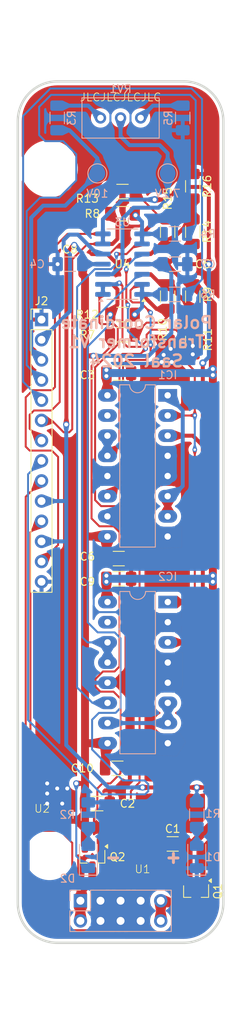
<source format=kicad_pcb>
(kicad_pcb (version 20240108) (generator "pcbnew") (generator_version "8.0")
  (layers (0 "F.Cu" signal) (31 "B.Cu" signal) (34 "B.Paste" user) (35 "F.Paste" user) (36 "B.SilkS" user "B.Silkscreen") (37 "F.SilkS" user "F.Silkscreen") (38 "B.Mask" user) (39 "F.Mask" user) (44 "Edge.Cuts" user))
  (net 0 "")
  (net 1 "GND")
  (net 2 "-12V")
  (net 3 "Net-(D1-A)")
  (net 4 "Net-(D2-A)")
  (net 5 "Phi_IN")
  (net 6 "R_IN")
  (net 7 "R_cos_OUT")
  (net 8 "R_sin_OUT")
  (net 9 "Net-(IC1-VR)")
  (net 10 "R*cos(Phi)")
  (net 12 "Phi")
  (net 13 "R")
  (net 14 "ERROR_cos")
  (net 15 "Net-(IC2-UP)")
  (net 16 "R*sin(Phi)")
  (net 18 "ERROR_sin")
  (net 19 "+12V_IN")
  (net 20 "-12V_IN")
  (net 21 "Net-(R3-Pad2)")
  (net 22 "R_cos")
  (net 23 "Net-(R5-Pad1)")
  (net 24 "R_sin")
  (net 25 "R_cos_1")
  (net 26 "ERROR_cos_2")
  (net 27 "Net-(R10-Pad2)")
  (net 28 "R_sin_1")
  (net 29 "ERROR_sin_2")
  (net 30 "Net-(R13-Pad1)")
  (net 31 "R_sin_2")
  (net 32 "R_cos_2")
  (net 33 "Net-(U4A-+)")
  (net 34 "Net-(U4B-+)")
  (net 35 "Net-(U3A-+)")
  (net 38 "+12V")
  (footprint "Package_TO_SOT_SMD:SOT-23_Handsoldering" (layer "F.Cu") (at 75.35 162.814 -90)
    (property "Reference" "Q1")
    (property "Value" "PMV250EPEA")
  )
  (footprint "Package_SO:SOIC-14_3.9x8.7mm_P1.27mm" (layer "F.Cu") (at 66.04 83.82 180)
    (property "Reference" "U4")
    (property "Value" "TL074")
  )
  (footprint "Capacitor_SMD:C_1206_3216Metric_Pad1.33x1.80mm_HandSolder" (layer "F.Cu") (at 59.3975 83.82)
    (property "Reference" "C8")
    (property "Value" "1µF")
  )
  (footprint "Capacitor_SMD:C_1206_3216Metric_Pad1.33x1.80mm_HandSolder" (layer "F.Cu") (at 65.405 147.32 180)
    (property "Reference" "C10")
    (property "Value" "1µF")
  )
  (footprint "Resistor_SMD:R_1206_3216Metric_Pad1.30x1.75mm_HandSolder" (layer "F.Cu") (at 74.93 93.625 90)
    (property "Reference" "R11")
    (property "Value" "820")
  )
  (footprint "Resistor_SMD:R_1206_3216Metric_Pad1.30x1.75mm_HandSolder" (layer "F.Cu") (at 71.755 79.73 90)
    (property "Reference" "R15")
    (property "Value" "23k")
  )
  (footprint "MountingHole:MountingHole_3.2mm_M3_DIN965" (layer "F.Cu") (at 56.8 71.8)
    (property "Reference" "H1" (hide yes))
    (property "Value" "MountingHole" (hide yes))
  )
  (footprint "Resistor_SMD:R_1206_3216Metric_Pad1.30x1.75mm_HandSolder" (layer "F.Cu") (at 74.93 87.91 90)
    (property "Reference" "R9")
    (property "Value" "5k6")
  )
  (footprint "Capacitor_SMD:C_1206_3216Metric_Pad1.33x1.80mm_HandSolder" (layer "F.Cu") (at 72.39 156.845 180)
    (property "Reference" "C1")
    (property "Value" "10u")
  )
  (footprint "Resistor_SMD:R_1206_3216Metric_Pad1.30x1.75mm_HandSolder" (layer "F.Cu") (at 74.93 74.015 -90)
    (property "Reference" "R16")
    (property "Value" "820")
  )
  (footprint "Resistor_SMD:R_1206_3216Metric_Pad1.30x1.75mm_HandSolder" (layer "F.Cu") (at 74.93 79.73 -90)
    (property "Reference" "R14")
    (property "Value" "5k6")
  )
  (footprint "Capacitor_SMD:C_1206_3216Metric_Pad1.33x1.80mm_HandSolder" (layer "F.Cu") (at 62.865 151.765)
    (property "Reference" "C2")
    (property "Value" "10u")
  )
  (footprint "Capacitor_SMD:C_1206_3216Metric_Pad1.33x1.80mm_HandSolder" (layer "F.Cu") (at 72.6825 83.82 180)
    (property "Reference" "C5")
    (property "Value" "1µF")
  )
  (footprint "Capacitor_SMD:C_1206_3216Metric_Pad1.33x1.80mm_HandSolder" (layer "F.Cu") (at 65.5705 123.444 180)
    (property "Reference" "C9")
    (property "Value" "1µF")
  )
  (footprint "Resistor_SMD:R_1206_3216Metric_Pad1.30x1.75mm_HandSolder" (layer "F.Cu") (at 66.04 74.676 180)
    (property "Reference" "R13")
    (property "Value" "5k6")
  )
  (footprint "analog_computing:VCAN16A2-03S-E3-08" (layer "F.Cu") (at 71.4 160.1 180)
    (property "Reference" "U1")
    (property "Value" "~" (hide yes))
  )
  (footprint "analog_computing:VCAN16A2-03S-E3-08" (layer "F.Cu") (at 58.4 152.8 90)
    (property "Reference" "U2")
    (property "Value" "~" (hide yes))
  )
  (footprint "Package_TO_SOT_SMD:SOT-23_Handsoldering" (layer "F.Cu") (at 62.23 158.496 -90)
    (property "Reference" "Q2")
    (property "Value" "PMV450ENEA")
  )
  (footprint "Resistor_SMD:R_1206_3216Metric_Pad1.30x1.75mm_HandSolder" (layer "F.Cu") (at 71.755 87.91 -90)
    (property "Reference" "R10")
    (property "Value" "23k")
  )
  (footprint "Capacitor_SMD:C_1206_3216Metric_Pad1.33x1.80mm_HandSolder" (layer "F.Cu") (at 65.5705 97.536 180)
    (property "Reference" "C3")
    (property "Value" "1µF")
  )
  (footprint "Resistor_SMD:R_1206_3216Metric_Pad1.30x1.75mm_HandSolder" (layer "F.Cu") (at 66.04 90.17 180)
    (property "Reference" "R12")
    (property "Value" "3K9")
  )
  (footprint "Capacitor_SMD:C_1206_3216Metric_Pad1.33x1.80mm_HandSolder" (layer "F.Cu") (at 65.5705 120.904)
    (property "Reference" "C6")
    (property "Value" "1µF")
  )
  (footprint "Resistor_SMD:R_1206_3216Metric_Pad1.30x1.75mm_HandSolder" (layer "F.Cu") (at 66.04 77.47 180)
    (property "Reference" "R8")
    (property "Value" "3K9")
  )
  (footprint "Resistor_SMD:R_1206_3216Metric_Pad1.30x1.75mm_HandSolder" (layer "F.Cu") (at 66.014 92.71 180)
    (property "Reference" "R7")
    (property "Value" "5k6")
  )
  (footprint "Connector_PinHeader_2.54mm:PinHeader_1x14_P2.54mm_Vertical" (layer "F.Cu") (at 55.8 90.8)
    (property "Reference" "J2")
    (property "Value" "Conn_01x14")
  )
  (footprint "MountingHole:MountingHole_3.2mm_M3_DIN965" (layer "F.Cu") (at 56.8 158.3)
    (property "Reference" "H2" (hide yes))
    (property "Value" "MountingHole" (hide yes))
  )
  (footprint "Resistor_SMD:R_1206_3216Metric_Pad1.30x1.75mm_HandSolder" (layer "B.Cu") (at 57.785 65.405 90)
    (property "Reference" "R3")
    (property "Value" "22k")
  )
  (footprint "Capacitor_SMD:C_1206_3216Metric_Pad1.33x1.80mm_HandSolder" (layer "B.Cu") (at 72.6825 83.82 180)
    (property "Reference" "C7")
    (property "Value" "1µF")
  )
  (footprint "Resistor_SMD:R_1206_3216Metric_Pad1.30x1.75mm_HandSolder" (layer "B.Cu") (at 61.722 153.162 -90)
    (property "Reference" "R2")
    (property "Value" "5k6")
  )
  (footprint "Package_DIP:DIP-16_W7.62mm_LongPads" (layer "B.Cu") (at 71.77 126.38 180)
    (property "Reference" "IC2")
    (property "Value" "~")
  )
  (footprint "Resistor_SMD:R_1206_3216Metric_Pad1.30x1.75mm_HandSolder" (layer "B.Cu") (at 72.67 80.01)
    (property "Reference" "R4")
    (property "Value" "220")
  )
  (footprint "Resistor_SMD:R_1206_3216Metric_Pad1.30x1.75mm_HandSolder" (layer "B.Cu") (at 72.67 87.63)
    (property "Reference" "R6")
    (property "Value" "220")
  )
  (footprint "Resistor_SMD:R_1206_3216Metric_Pad1.30x1.75mm_HandSolder" (layer "B.Cu") (at 73.66 65.405 -90)
    (property "Reference" "R5")
    (property "Value" "68k")
  )
  (footprint "LED_SMD:LED_1206_3216Metric" (layer "B.Cu") (at 75.438 158.496 90)
    (property "Reference" "D1")
    (property "Value" "12V_GREEN")
  )
  (footprint "Capacitor_SMD:C_1206_3216Metric_Pad1.33x1.80mm_HandSolder" (layer "B.Cu") (at 59.3975 83.82)
    (property "Reference" "C4")
    (property "Value" "1µF")
  )
  (footprint "LED_SMD:LED_1206_3216Metric" (layer "B.Cu") (at 61.722 158.496 90)
    (property "Reference" "D2")
    (property "Value" "-12V_RED")
  )
  (footprint "TestPoint:TestPoint_Pad_D2.0mm" (layer "B.Cu") (at 71.755 72.39 180)
    (property "Reference" "TP2" (hide yes))
    (property "Value" "7.2V")
  )
  (footprint "Package_DIP:DIP-16_W7.62mm_LongPads" (layer "B.Cu") (at 71.755 100.345 180)
    (property "Reference" "IC1")
    (property "Value" "~")
  )
  (footprint "Resistor_SMD:R_1206_3216Metric_Pad1.30x1.75mm_HandSolder" (layer "B.Cu") (at 75.438 153.162 -90)
    (property "Reference" "R1")
    (property "Value" "5k6")
  )
  (footprint "TestPoint:TestPoint_Pad_D2.0mm" (layer "B.Cu") (at 62.865 72.39 180)
    (property "Reference" "TP1" (hide yes))
    (property "Value" "10V")
  )
  (footprint "Package_SO:SOIC-14_3.9x8.7mm_P1.27mm" (layer "B.Cu") (at 66.04 83.82)
    (property "Reference" "U3")
    (property "Value" "TL074")
  )
  (footprint "Potentiometer_THT:Potentiometer_Bourns_3296W_Vertical" (layer "B.Cu") (at 63.26 65.405 180)
    (property "Reference" "RV1")
    (property "Value" "10k")
  )
  (footprint "Connector_PinHeader_2.54mm:PinHeader_2x05_P2.54mm_Vertical" (layer "B.Cu") (at 60.72 164 -90)
    (property "Reference" "J1" (hide yes))
    (property "Value" "Conn_02x05_Odd_Even" (hide yes))
  )
  (gr_line (start 52.8 65.8) (end 52.8 164.3) (stroke (width 0.3)) (layer "Edge.Cuts"))
  (gr_arc (start 57.8 169.3) (mid 54.264466 167.835534) (end 52.8 164.3) (stroke (width 0.3)) (layer "Edge.Cuts"))
  (gr_arc (start 73.8 60.8) (mid 77.335534 62.264466) (end 78.8 65.8) (stroke (width 0.3)) (layer "Edge.Cuts"))
  (gr_arc (start 52.8 65.8) (mid 54.264466 62.264466) (end 57.8 60.8) (stroke (width 0.3)) (layer "Edge.Cuts"))
  (gr_line (start 78.8 164.3) (end 78.8 65.8) (stroke (width 0.3)) (layer "Edge.Cuts"))
  (gr_line (start 73.8 60.8) (end 57.8 60.8) (stroke (width 0.3)) (layer "Edge.Cuts"))
  (gr_line (start 57.8 169.3) (end 73.8 169.3) (stroke (width 0.3)) (layer "Edge.Cuts"))
  (gr_arc (start 78.8 164.3) (mid 77.335534 167.835534) (end 73.8 169.3) (stroke (width 0.3)) (layer "Edge.Cuts"))
  (gr_text "-" (at 66.04 159.385 0) (layer "B.SilkS") (effects (font (size 1.5 1.5) (thickness 0.375) (bold yes)) (justify left bottom mirror)))
  (gr_text "Polar Coordinate\nTransformer V1\nSaal 2024" (at 67.8 93.599 0) (layer "B.SilkS") (effects (font (size 1.5 1.5) (thickness 0.3) (bold yes)) (justify mirror)))
  (gr_text "+" (at 73.66 159.385 0) (layer "B.SilkS") (effects (font (size 1.5 1.5) (thickness 0.375) (bold yes)) (justify left bottom mirror)))
  (gr_text "JLCJLCJLCJLC" (at 65.8 62.8 0) (layer "F.SilkS") (effects (font (size 1 1) (thickness 0.1))))
  (segment (start 65.786 84.213316) (end 64.122684 82.55) (width 0.5) (layer "F.Cu") (net 1))
  (segment (start 65.42 115.585) (end 66.421 116.586) (width 1) (layer "F.Cu") (net 1))
  (segment (start 61.18 158.54) (end 61 158.72) (width 0.25) (layer "F.Cu") (net 1))
  (segment (start 65.725058 81.727058) (end 65.217058 81.727058) (width 0.25) (layer "F.Cu") (net 1))
  (segment (start 64.394116 82.55) (end 63.565 82.55) (width 0.25) (layer "F.Cu") (net 1))
  (segment (start 65.8 166.54) (end 65.8 164) (width 1) (layer "F.Cu") (net 1))
  (segment (start 63.18 156.996) (end 63.18 158.29) (width 0.5) (layer "F.Cu") (net 1))
  (segment (start 64.15 136.54) (end 65.42 136.54) (width 1) (layer "F.Cu") (net 1))
  (segment (start 65.263 136.54) (end 66.802 135.001) (width 1) (layer "F.Cu") (net 1))
  (segment (start 64.15 136.54) (end 65.263 136.54) (width 1) (layer "F.Cu") (net 1))
  (segment (start 64.15 136.54) (end 66.787 136.54) (width 1) (layer "F.Cu") (net 1))
  (segment (start 63.26 166.54) (end 63.26 164) (width 1) (layer "F.Cu") (net 1))
  (segment (start 65.024 85.09) (end 65.786 84.328) (width 0.5) (layer "F.Cu") (net 1))
  (segment (start 63.1 158.46) (end 61.26 158.46) (width 0.5) (layer "F.Cu") (net 1))
  (segment (start 65.664116 81.28) (end 65.217058 81.727058) (width 0.25) (layer "F.Cu") (net 1))
  (segment (start 63.46 158.57) (end 63.18 158.29) (width 0.5) (layer "F.Cu") (net 1))
  (segment (start 63.26 162.3) (end 63.46 162.1) (width 0.5) (layer "F.Cu") (net 1))
  (segment (start 65.8 164) (end 65.8 161.558) (width 1) (layer "F.Cu") (net 1))
  (segment (start 63.18 158.29) (end 63.58 158.69) (width 0.5) (layer "F.Cu") (net 1))
  (segment (start 63.46 162.1) (end 63.46 158.57) (width 0.5) (layer "F.Cu") (net 1))
  (segment (start 66.294 81.28) (end 65.664116 81.28) (width 0.25) (layer "F.Cu") (net 1))
  (segment (start 63.18 158.54) (end 63.1 158.46) (width 0.5) (layer "F.Cu") (net 1))
  (segment (start 64.122684 82.55) (end 63.565 82.55) (width 0.5) (layer "F.Cu") (net 1))
  (segment (start 65.217058 81.727058) (end 64.394116 82.55) (width 0.25) (layer "F.Cu") (net 1))
  (segment (start 65.786 84.328) (end 65.786 84.213316) (width 0.5) (layer "F.Cu") (net 1))
  (segment (start 63.26 164) (end 63.26 162.3) (width 0.5) (layer "F.Cu") (net 1))
  (segment (start 61.26 158.46) (end 61.18 158.54) (width 0.5) (layer "F.Cu") (net 1))
  (segment (start 68.34 166.54) (end 68.34 164) (width 1) (layer "F.Cu") (net 1))
  (segment (start 65.42 136.54) (end 66.675 137.795) (width 1) (layer "F.Cu") (net 1))
  (segment (start 65.786 161.544) (end 65.8 161.558) (width 1) (layer "F.Cu") (net 1))
  (segment (start 64.135 115.585) (end 65.42 115.585) (width 1) (layer "F.Cu") (net 1))
  (segment (start 66.802 136.525) (end 66.787 136.54) (width 1) (layer "F.Cu") (net 1))
  (segment (start 65.786 81.788) (end 65.725058 81.727058) (width 0.25) (layer "F.Cu") (net 1))
  (segment (start 63.565 85.09) (end 65.024 85.09) (width 0.5) (layer "F.Cu") (net 1))
  (via (at 58.42 151.765) (size 0.8) (drill 0.5) (layers "F.Cu" "B.Cu") (net 1))
  (via (at 72.263 96.139) (size 0.8) (drill 0.5) (layers "F.Cu" "B.Cu") (net 1))
  (via (at 56.515 151.765) (size 0.8) (drill 0.5) (layers "F.Cu" "B.Cu") (net 1))
  (via (at 74.93 94.107) (size 0.8) (drill 0.5) (layers "F.Cu" "B.Cu") (net 1))
  (via (at 71.247 95.25) (size 0.8) (drill 0.5) (layers "F.Cu" "B.Cu") (net 1))
  (via (at 74.93 95.175) (size 0.8) (drill 0.5) (layers "F.Cu" "B.Cu") (net 1))
  (via (at 57.835 83.82) (size 0.8) (drill 0.5) (layers "F.Cu" "B.Cu") (net 1))
  (via (at 72.136 94.488) (size 0.8) (drill 0.5) (layers "F.Cu" "B.Cu") (net 1))
  (via (at 56.515 150.495) (size 0.8) (drill 0.5) (layers "F.Cu" "B.Cu") (net 1))
  (via (at 59.055 149.86) (size 0.8) (drill 0.5) (layers "F.Cu" "B.Cu") (net 1))
  (via (at 57.785 149.86) (size 0.8) (drill 0.5) (layers "F.Cu" "B.Cu") (net 1))
  (via (at 56.515 149.225) (size 0.8) (drill 0.5) (layers "F.Cu" "B.Cu") (net 1))
  (via (at 70.993 96.139) (size 0.8) (drill 0.5) (layers "F.Cu" "B.Cu") (net 1))
  (segment (start 66.548 63.881) (end 67.056 64.389) (width 0.25) (layer "B.Cu") (net 1))
  (segment (start 69.23 128.92) (end 69.215 128.905) (width 1) (layer "B.Cu") (net 1))
  (segment (start 65.9 124.95) (end 62.75 124.95) (width 0.25) (layer "B.Cu") (net 1))
  (segment (start 74.168 128.905) (end 74.153 128.92) (width 1) (layer "B.Cu") (net 1))
  (segment (start 64.516 64.262) (end 64.897 63.881) (width 0.25) (layer "B.Cu") (net 1))
  (segment (start 71.77 128.92) (end 74.153 128.92) (width 1) (layer "B.Cu") (net 1))
  (segment (start 73.152 85.598) (end 73.279 85.471) (width 0.25) (layer "B.Cu") (net 1))
  (segment (start 71.77 128.92) (end 69.23 128.92) (width 1) (layer "B.Cu") (net 1))
  (segment (start 64.897 63.881) (end 66.548 63.881) (width 0.25) (layer "B.Cu") (net 1))
  (segment (start 73.12 89.884) (end 73.12 86.265) (width 0.5) (layer "B.Cu") (net 1))
  (segment (start 53.8 161.75) (end 53.8 161.29) (width 1) (layer "B.Cu") (net 1))
  (segment (start 62.75 124.95) (end 62.4 125.3) (width 0.25) (layer "B.Cu") (net 1))
  (segment (start 53.8 154.48) (end 54.61 153.67) (width 1) (layer "B.Cu") (net 1))
  (segment (start 53.8 161.29) (end 53.8 154.48) (width 1) (layer "B.Cu") (net 1))
  (segment (start 64.516 66.675) (end 64.516 64.262) (width 0.25) (layer "B.Cu") (net 1))
  (segment (start 62.4 125.3) (end 62.4 127.2) (width 0.25) (layer "B.Cu") (net 1))
  (segment (start 73.12 86.265) (end 73.66 85.725) (width 0.5) (layer "B.Cu") (net 1))
  (segment (start 55.245 163.195) (end 53.8 161.75) (width 1) (layer "B.Cu") (net 1))
  (segment (start 67.056 64.389) (end 67.056 66.929) (width 0.25) (layer "B.Cu") (net 1))
  (segment (start 73.152 89.916) (end 73.12 89.884) (width 0.5) (layer "B.Cu") (net 1))
  (segment (start 62.85 127.65) (end 65.95 127.65) (width 0.25) (layer "B.Cu") (net 1))
  (segment (start 73.152 89.916) (end 73.152 85.598) (width 0.25) (layer "B.Cu") (net 1))
  (segment (start 62.4 127.2) (end 62.85 127.65) (width 0.25) (layer "B.Cu") (net 1))
  (segment (start 61.3025 153.035) (end 61.3025 156.9735) (width 1) (layer "F.Cu") (net 2))
  (segment (start 61.3025 151.765) (end 61.3025 149.352) (width 1) (layer "F.Cu") (net 2))
  (segment (start 61.28 154.88) (end 60.2 153.8) (width 1) (layer "F.Cu") (net 2))
  (segment (start 61.28 156.996) (end 61.28 154.88) (width 1) (layer "F.Cu") (net 2))
  (segment (start 64.008 120.904) (end 64.008 118.252) (width 1) (layer "F.Cu") (net 2))
  (segment (start 61.3025 144.272) (end 61.3025 118.11) (width 1) (layer "F.Cu") (net 2))
  (segment (start 61.3025 151.765) (end 61.3025 153.035) (width 1) (layer "F.Cu") (net 2))
  (segment (start 60.96 85.09) (end 60.96 83.82) (width 1) (layer "F.Cu") (net 2))
  (segment (start 60.2 153.8) (end 59.35 153.8) (width 1) (layer "F.Cu") (net 2))
  (segment (start 61.4145 144.16) (end 61.3025 144.272) (width 1) (layer "F.Cu") (net 2))
  (segment (start 59.35 153.8) (end 60.5375 153.8) (width 1) (layer "F.Cu") (net 2))
  (segment (start 61.3025 118.11) (end 61.3025 95.377) (width 1) (layer "F.Cu") (net 2))
  (segment (start 61.3025 95.377) (end 61.3025 85.4325) (width 1) (layer "F.Cu") (net 2))
  (segment (start 63.8425 144.4675) (end 64.15 144.16) (width 1) (layer "F.Cu") (net 2))
  (segment (start 61.3025 156.9735) (end 61.28 156.996) (width 1) (layer "F.Cu") (net 2))
  (segment (start 64.15 144.16) (end 61.4145 144.16) (width 1) (layer "F.Cu") (net 2))
  (segment (start 61.3025 85.4325) (end 60.96 85.09) (width 1) (layer "F.Cu") (net 2))
  (segment (start 64.008 118.252) (end 64.135 118.125) (width 1) (layer "F.Cu") (net 2))
  (segment (start 64.135 118.125) (end 61.3175 118.125) (width 1) (layer "F.Cu") (net 2))
  (segment (start 61.1755 149.225) (end 61.3025 149.352) (width 0.5) (layer "F.Cu") (net 2))
  (segment (start 60.198 149.225) (end 61.1755 149.225) (width 0.5) (layer "F.Cu") (net 2))
  (segment (start 60.96 83.82) (end 63.565 83.82) (width 0.5) (layer "F.Cu") (net 2))
  (segment (start 62.357 95.377) (end 61.3025 95.377) (width 0.5) (layer "F.Cu") (net 2))
  (segment (start 63.8425 147.32) (end 63.8425 144.4675) (width 1) (layer "F.Cu") (net 2))
  (segment (start 60.5375 153.8) (end 61.3025 153.035) (width 1) (layer "F.Cu") (net 2))
  (segment (start 61.3175 118.125) (end 61.3025 118.11) (width 1) (layer "F.Cu") (net 2))
  (segment (start 61.3025 149.352) (end 61.3025 144.272) (width 1) (layer "F.Cu") (net 2))
  (via (at 60.198 149.225) (size 0.8) (drill 0.5) (layers "F.Cu" "B.Cu") (net 2))
  (via (at 62.357 95.377) (size 0.8) (drill 0.5) (layers "F.Cu" "B.Cu") (net 2))
  (segment (start 69.342 95.377) (end 62.357 95.377) (width 0.5) (layer "B.Cu") (net 2))
  (segment (start 72.22 84.92) (end 72.22 92.499) (width 0.5) (layer "B.Cu") (net 2))
  (segment (start 71.12 83.82) (end 72.22 84.92) (width 0.5) (layer "B.Cu") (net 2))
  (segment (start 71.12 83.82) (end 68.515 83.82) (width 0.5) (layer "B.Cu") (net 2))
  (segment (start 60.198 158.372) (end 60.198 149.225) (width 0.25) (layer "B.Cu") (net 2))
  (segment (start 61.722 159.896) (end 60.198 158.372) (width 0.25) (layer "B.Cu") (net 2))
  (segment (start 72.22 92.499) (end 69.342 95.377) (width 0.5) (layer "B.Cu") (net 2))
  (segment (start 75.438 157.096) (end 75.438 154.712) (width 0.25) (layer "B.Cu") (net 3))
  (segment (start 61.722 157.096) (end 61.722 154.712) (width 0.25) (layer "B.Cu") (net 4))
  (segment (start 59.335 66.955) (end 62.865 70.485) (width 0.5) (layer "B.Cu") (net 5))
  (segment (start 62.865 72.39) (end 58.801 76.454) (width 0.5) (layer "B.Cu") (net 5))
  (segment (start 56.007 76.454) (end 58.801 76.454) (width 0.5) (layer "B.Cu") (net 5))
  (segment (start 54.5 94.58) (end 54.5 92.1) (width 0.5) (layer "B.Cu") (net 5))
  (segment (start 54.5 77.961) (end 54.5 92.1) (width 0.5) (layer "B.Cu") (net 5))
  (segment (start 57.785 66.955) (end 59.335 66.955) (width 0.5) (layer "B.Cu") (net 5))
  (segment (start 54.5 77.961) (end 56.007 76.454) (width 0.5) (layer "B.Cu") (net 5))
  (segment (start 55.8 95.88) (end 54.5 94.58) (width 0.5) (layer "B.Cu") (net 5))
  (segment (start 62.865 70.485) (end 62.865 72.39) (width 0.5) (layer "B.Cu") (net 5))
  (segment (start 62.85 82.55) (end 63.565 82.55) (width 0.5) (layer "B.Cu") (net 6))
  (segment (start 58.6 80.8) (end 59.3 80.1) (width 0.5) (layer "B.Cu") (net 6))
  (segment (start 55.8 93.34) (end 59.4 89.74) (width 0.5) (layer "B.Cu") (net 6))
  (segment (start 60.4 80.1) (end 62.85 82.55) (width 0.5) (layer "B.Cu") (net 6))
  (segment (start 59.4 82.6) (end 58.6 81.8) (width 0.5) (layer "B.Cu") (net 6))
  (segment (start 58.6 81.8) (end 58.6 80.8) (width 0.5) (layer "B.Cu") (net 6))
  (segment (start 59.3 80.1) (end 60.4 80.1) (width 0.5) (layer "B.Cu") (net 6))
  (segment (start 59.4 89.74) (end 59.4 82.6) (width 0.5) (layer "B.Cu") (net 6))
  (segment (start 53.925 77.139) (end 53.925 96.545) (width 0.25) (layer "B.Cu") (net 7))
  (segment (start 60.198 69.977) (end 60.198 73.279) (width 0.25) (layer "B.Cu") (net 7))
  (segment (start 60.198 73.279) (end 58.039 75.438) (width 0.25) (layer "B.Cu") (net 7))
  (segment (start 75.3 78.93) (end 75.3 63.2) (width 0.25) (layer "B.Cu") (net 7))
  (segment (start 75.3 63.2) (end 74.6 62.5) (width 0.25) (layer "B.Cu") (net 7))
  (segment (start 74.6 62.5) (end 57.007 62.5) (width 0.25) (layer "B.Cu") (net 7))
  (segment (start 55.499 67.564) (end 56.261 68.326) (width 0.25) (layer "B.Cu") (net 7))
  (segment (start 58.039 75.438) (end 55.626 75.438) (width 0.25) (layer "B.Cu") (net 7))
  (segment (start 57.007 62.5) (end 55.499 64.008) (width 0.25) (layer "B.Cu") (net 7))
  (segment (start 74.22 80.01) (end 75.3 78.93) (width 0.25) (layer "B.Cu") (net 7))
  (segment (start 55.626 75.438) (end 53.925 77.139) (width 0.25) (layer "B.Cu") (net 7))
  (segment (start 55.499 64.008) (end 55.499 67.564) (width 0.25) (layer "B.Cu") (net 7))
  (segment (start 53.925 96.545) (end 55.8 98.42) (width 0.25) (layer "B.Cu") (net 7))
  (segment (start 56.261 68.326) (end 58.547 68.326) (width 0.25) (layer "B.Cu") (net 7))
  (segment (start 58.547 68.326) (end 60.198 69.977) (width 0.25) (layer "B.Cu") (net 7))
  (segment (start 76.1 63.023) (end 74.777 61.7) (width 0.25) (layer "B.Cu") (net 8))
  (segment (start 56.918 61.7) (end 53.475 65.143) (width 0.25) (layer "B.Cu") (net 8))
  (segment (start 53.475 98.635) (end 55.8 100.96) (width 0.25) (layer "B.Cu") (net 8))
  (segment (start 76.1 85.75) (end 76.1 63.023) (width 0.25) (layer "B.Cu") (net 8))
  (segment (start 53.475 65.143) (end 53.475 98.635) (width 0.25) (layer "B.Cu") (net 8))
  (segment (start 74.22 87.63) (end 76.1 85.75) (width 0.25) (layer "B.Cu") (net 8))
  (segment (start 74.777 61.7) (end 56.918 61.7) (width 0.25) (layer "B.Cu") (net 8))
  (segment (start 71.755 115.585) (end 71.755 113.045) (width 0.5) (layer "F.Cu") (net 9))
  (segment (start 71.755 100.345) (end 71.77 100.345) (width 0.5) (layer "B.Cu") (net 9))
  (segment (start 73.66 111.76) (end 73.66 102.235) (width 0.5) (layer "B.Cu") (net 9))
  (segment (start 72.375 113.045) (end 73.66 111.76) (width 0.5) (layer "B.Cu") (net 9))
  (segment (start 71.77 100.345) (end 73.66 102.235) (width 0.5) (layer "B.Cu") (net 9))
  (segment (start 71.755 113.045) (end 72.375 113.045) (width 0.5) (layer "B.Cu") (net 9))
  (segment (start 66.04 95.123) (end 65.66 95.503) (width 0.25) (layer "F.Cu") (net 10))
  (segment (start 65.66 95.503) (end 65.66 106.44) (width 0.25) (layer "F.Cu") (net 10))
  (segment (start 65.66 106.44) (end 64.135 107.965) (width 0.25) (layer "F.Cu") (net 10))
  (segment (start 66.04 95.123) (end 68.320884 95.123) (width 0.25) (layer "F.Cu") (net 10))
  (segment (start 66.524965 84.45619) (end 66.524965 88.744849) (width 0.25) (layer "F.Cu") (net 10))
  (segment (start 68.320884 95.123) (end 68.968125 94.475759) (width 0.25) (layer "F.Cu") (net 10))
  (segment (start 66.524965 88.744849) (end 66.730279 88.950163) (width 0.25) (layer "F.Cu") (net 10))
  (via (at 66.524965 84.45619) (size 0.6) (drill 0.3) (layers "F.Cu" "B.Cu") (net 10))
  (via (at 68.968125 94.475759) (size 0.6) (drill 0.3) (layers "F.Cu" "B.Cu") (net 10))
  (via (at 66.730279 88.950163) (size 0.6) (drill 0.3) (layers "F.Cu" "B.Cu") (net 10))
  (segment (start 66.730279 92.237913) (end 66.730279 88.950163) (width 0.25) (layer "B.Cu") (net 10))
  (segment (start 66.524965 84.45619) (end 66.524965 84.159127) (width 0.25) (layer "B.Cu") (net 10))
  (segment (start 64.135 107.965) (end 64.135 105.425) (width 0.5) (layer "B.Cu") (net 10))
  (segment (start 68.134092 82.55) (end 68.515 82.55) (width 0.25) (layer "B.Cu") (net 10))
  (segment (start 68.968125 94.475759) (end 66.730279 92.237913) (width 0.25) (layer "B.Cu") (net 10))
  (segment (start 66.524965 84.159127) (end 68.134092 82.55) (width 0.25) (layer "B.Cu") (net 10))
  (segment (start 73.28295 93.60295) (end 73.28295 95.37305) (width 0.25) (layer "F.Cu") (net 12))
  (segment (start 66.04 86.569339) (end 66.04 93.599) (width 0.25) (layer "F.Cu") (net 12))
  (segment (start 74.28 126.38) (end 75.184 125.476) (width 0.25) (layer "F.Cu") (net 12))
  (segment (start 75.184 125.476) (end 75.184 107.188) (width 0.25) (layer "F.Cu") (net 12))
  (segment (start 75.169 102.885) (end 75.184 102.87) (width 0.25) (layer "F.Cu") (net 12))
  (segment (start 71.755 102.885) (end 75.169 102.885) (width 0.25) (layer "F.Cu") (net 12))
  (segment (start 69.723 92.075) (end 72.771 92.075) (width 0.25) (layer "F.Cu") (net 12))
  (segment (start 73.279 93.599) (end 73.28295 93.60295) (width 0.25) (layer "F.Cu") (net 12))
  (segment (start 66.675 94.234) (end 68.326 94.234) (width 0.25) (layer "F.Cu") (net 12))
  (segment (start 69.088 93.472) (end 69.088 92.71) (width 0.25) (layer "F.Cu") (net 12))
  (segment (start 66.04 93.599) (end 66.675 94.234) (width 0.25) (layer "F.Cu") (net 12))
  (segment (start 73.279 92.583) (end 73.279 93.599) (width 0.25) (layer "F.Cu") (net 12))
  (segment (start 72.771 92.075) (end 73.279 92.583) (width 0.25) (layer "F.Cu") (net 12))
  (segment (start 75.184 97.2741) (end 75.184 102.87) (width 0.25) (layer "F.Cu") (net 12))
  (segment (start 71.77 126.38) (end 74.28 126.38) (width 0.25) (layer "F.Cu") (net 12))
  (segment (start 69.088 92.71) (end 69.723 92.075) (width 0.25) (layer "F.Cu") (net 12))
  (segment (start 68.326 94.234) (end 69.088 93.472) (width 0.25) (layer "F.Cu") (net 12))
  (segment (start 65.641156 86.170495) (end 66.04 86.569339) (width 0.25) (layer "F.Cu") (net 12))
  (segment (start 73.28295 95.37305) (end 75.184 97.2741) (width 0.25) (layer "F.Cu") (net 12))
  (via (at 75.184 102.87) (size 0.6) (drill 0.3) (layers "F.Cu" "B.Cu") (net 12))
  (via (at 75.184 107.188) (size 0.6) (drill 0.3) (layers "F.Cu" "B.Cu") (net 12))
  (via (at 65.641156 86.170495) (size 0.6) (drill 0.3) (layers "F.Cu" "B.Cu") (net 12))
  (segment (start 63.565 87.63) (end 63.565 86.36) (width 0.5) (layer "B.Cu") (net 12))
  (segment (start 63.565 86.36) (end 65.451651 86.36) (width 0.5) (layer "B.Cu") (net 12))
  (segment (start 75.184 107.188) (end 75.184 102.87) (width 0.25) (layer "B.Cu") (net 12))
  (segment (start 65.451651 86.36) (end 65.641156 86.170495) (width 0.5) (layer "B.Cu") (net 12))
  (segment (start 71.628 75.692) (end 70.104 75.692) (width 0.5) (layer "F.Cu") (net 13))
  (segment (start 74.915 131.46) (end 71.77 131.46) (width 0.5) (layer "F.Cu") (net 13))
  (segment (start 76.2 106.68) (end 76.2 130.175) (width 0.5) (layer "F.Cu") (net 13))
  (segment (start 74.945 105.425) (end 76.2 106.68) (width 0.5) (layer "F.Cu") (net 13))
  (segment (start 76 74.1) (end 73.22 74.1) (width 0.5) (layer "F.Cu") (net 13))
  (segment (start 76.962 75.062) (end 76 74.1) (width 0.5) (layer "F.Cu") (net 13))
  (segment (start 73.22 74.1) (end 71.628 75.692) (width 0.5) (layer "F.Cu") (net 13))
  (segment (start 76.2 106.68) (end 76.2 96.266) (width 0.5) (layer "F.Cu") (net 13))
  (segment (start 76.962 83.82) (end 76.962 75.7519) (width 0.5) (layer "F.Cu") (net 13))
  (segment (start 71.755 105.425) (end 74.945 105.425) (width 0.5) (layer "F.Cu") (net 13))
  (segment (start 76.2 130.175) (end 74.915 131.46) (width 0.5) (layer "F.Cu") (net 13))
  (segment (start 76.962 75.7519) (end 76.962 75.062) (width 0.5) (layer "F.Cu") (net 13))
  (via (at 76.962 83.82) (size 0.9) (drill 0.5) (layers "F.Cu" "B.Cu") (net 13))
  (via (at 70.104 75.692) (size 0.9) (drill 0.5) (layers "F.Cu" "B.Cu") (net 13))
  (via (at 76.2 96.266) (size 0.9) (drill 0.5) (layers "F.Cu" "B.Cu") (net 13))
  (segment (start 76.2 96.266) (end 76.962 95.504) (width 0.5) (layer "B.Cu") (net 13))
  (segment (start 66.04 75.692) (end 70.104 75.692) (width 0.5) (layer "B.Cu") (net 13))
  (segment (start 76.962 95.504) (end 76.962 83.82) (width 0.5) (layer "B.Cu") (net 13))
  (segment (start 63.565 78.167) (end 66.04 75.692) (width 0.5) (layer "B.Cu") (net 13))
  (segment (start 63.565 81.28) (end 63.565 80.01) (width 0.5) (layer "B.Cu") (net 13))
  (segment (start 63.565 80.01) (end 63.565 78.167) (width 0.5) (layer "B.Cu") (net 13))
  (segment (start 66.11 111.07) (end 64.135 113.045) (width 0.25) (layer "F.Cu") (net 14))
  (segment (start 67.31 88.646) (end 67.056 88.392) (width 0.25) (layer "F.Cu") (net 14))
  (segment (start 67.056 88.392) (end 67.056 87.122) (width 0.25) (layer "F.Cu") (net 14))
  (segment (start 67.056 87.122) (end 67.818 86.36) (width 0.25) (layer "F.Cu") (net 14))
  (segment (start 67.818 86.36) (end 68.515 86.36) (width 0.25) (layer "F.Cu") (net 14))
  (segment (start 66.675 95.885) (end 66.11 96.45) (width 0.25) (layer "F.Cu") (net 14))
  (segment (start 68.961 95.885) (end 66.675 95.885) (width 0.25) (layer "F.Cu") (net 14))
  (segment (start 69.596 95.25) (end 68.961 95.885) (width 0.25) (layer "F.Cu") (net 14))
  (segment (start 69.596 89.916) (end 68.326 88.646) (width 0.25) (layer "F.Cu") (net 14))
  (segment (start 69.596 93.98) (end 69.596 95.25) (width 0.25) (layer "F.Cu") (net 14))
  (segment (start 68.326 88.646) (end 67.31 88.646) (width 0.25) (layer "F.Cu") (net 14))
  (segment (start 66.11 96.45) (end 66.11 111.07) (width 0.25) (layer "F.Cu") (net 14))
  (via (at 69.596 93.98) (size 0.6) (drill 0.3) (layers "F.Cu" "B.Cu") (net 14))
  (via (at 69.596 89.916) (size 0.6) (drill 0.3) (layers "F.Cu" "B.Cu") (net 14))
  (segment (start 69.596 89.916) (end 69.596 93.98) (width 0.25) (layer "B.Cu") (net 14))
  (segment (start 64.15 141.62) (end 71.77 141.62) (width 0.5) (layer "B.Cu") (net 15))
  (segment (start 71.77 139.08) (end 71.77 141.62) (width 0.5) (layer "B.Cu") (net 15))
  (segment (start 61.61 131.46) (end 60.96 130.81) (width 0.25) (layer "B.Cu") (net 16))
  (segment (start 64.15 131.46) (end 61.61 131.46) (width 0.25) (layer "B.Cu") (net 16))
  (segment (start 60.96 130.81) (end 60.96 92.264092) (width 0.25) (layer "B.Cu") (net 16))
  (segment (start 68.134092 85.09) (end 68.515 85.09) (width 0.25) (layer "B.Cu") (net 16))
  (segment (start 60.96 92.264092) (end 68.134092 85.09) (width 0.25) (layer "B.Cu") (net 16))
  (segment (start 64.15 134) (end 64.15 131.46) (width 0.5) (layer "B.Cu") (net 16))
  (segment (start 66.548 82.55) (end 67.818 81.28) (width 0.25) (layer "F.Cu") (net 18))
  (segment (start 67.818 81.28) (end 68.515 81.28) (width 0.25) (layer "F.Cu") (net 18))
  (segment (start 65.278 82.55) (end 66.548 82.55) (width 0.25) (layer "F.Cu") (net 18))
  (via (at 65.278 82.55) (size 0.6) (drill 0.3) (layers "F.Cu" "B.Cu") (net 18))
  (segment (start 62.245 139.08) (end 60.3024 137.1374) (width 0.25) (layer "B.Cu") (net 18))
  (segment (start 60.3024 137.1374) (end 60.3024 86.681692) (width 0.25) (layer "B.Cu") (net 18))
  (segment (start 62.539092 84.445) (end 64.590908 84.445) (width 0.25) (layer "B.Cu") (net 18))
  (segment (start 64.590908 84.445) (end 65.278 83.757908) (width 0.25) (layer "B.Cu") (net 18))
  (segment (start 65.278 83.757908) (end 65.278 82.55) (width 0.25) (layer "B.Cu") (net 18))
  (segment (start 64.15 139.08) (end 62.245 139.08) (width 0.25) (layer "B.Cu") (net 18))
  (segment (start 60.3024 86.681692) (end 62.539092 84.445) (width 0.25) (layer "B.Cu") (net 18))
  (segment (start 75.35 164.314) (end 71.194 164.314) (width 1) (layer "F.Cu") (net 19))
  (segment (start 70.88 166.54) (end 70.88 164) (width 1) (layer "F.Cu") (net 19))
  (segment (start 71.194 164.314) (end 70.88 164) (width 1) (layer "F.Cu") (net 19))
  (segment (start 60.72 166.54) (end 60.72 164) (width 1) (layer "F.Cu") (net 20))
  (segment (start 60.72 164) (end 60.72 162.88) (width 1) (layer "F.Cu") (net 20))
  (segment (start 62.23 161.37) (end 62.23 159.996) (width 1) (layer "F.Cu") (net 20))
  (segment (start 60.72 162.88) (end 62.23 161.37) (width 1) (layer "F.Cu") (net 20))
  (segment (start 57.785 63.855) (end 61.71 63.855) (width 0.5) (layer "B.Cu") (net 21))
  (segment (start 61.71 63.855) (end 63.26 65.405) (width 0.5) (layer "B.Cu") (net 21))
  (via (at 67.689541 77.657541) (size 0.8) (drill 0.5) (layers "F.Cu" "B.Cu") (net 22))
  (segment (start 68.515 80.01) (end 68.515 78.483) (width 0.5) (layer "B.Cu") (net 22))
  (segment (start 71.12 80.01) (end 68.515 80.01) (width 0.5) (layer "B.Cu") (net 22))
  (segment (start 68.515 81.28) (end 68.515 80.01) (width 0.5) (layer "B.Cu") (net 22))
  (segment (start 68.515 78.483) (end 67.689541 77.657541) (width 0.5) (layer "B.Cu") (net 22))
  (segment (start 69.89 63.855) (end 68.34 65.405) (width 0.5) (layer "B.Cu") (net 23))
  (segment (start 73.66 63.855) (end 69.89 63.855) (width 0.5) (layer "B.Cu") (net 23))
  (via (at 67.59 90.17) (size 0.8) (drill 0.5) (layers "F.Cu" "B.Cu") (net 24))
  (segment (start 68.515 86.36) (end 68.515 87.63) (width 0.5) (layer "B.Cu") (net 24))
  (segment (start 68.515 87.63) (end 68.515 89.245) (width 0.5) (layer "B.Cu") (net 24))
  (segment (start 68.515 89.245) (end 67.59 90.17) (width 0.5) (layer "B.Cu") (net 24))
  (segment (start 71.12 87.63) (end 68.515 87.63) (width 0.5) (layer "B.Cu") (net 24))
  (segment (start 63.565 81.28) (end 64.77 81.28) (width 0.5) (layer "F.Cu") (net 25))
  (segment (start 55.8 103.5) (end 57.1 103.5) (width 0.25) (layer "F.Cu") (net 25))
  (segment (start 59.69 104.61) (end 59.69 83.2074) (width 0.25) (layer "F.Cu") (net 25))
  (segment (start 59.69 83.2074) (end 61.6174 81.28) (width 0.25) (layer "F.Cu") (net 25))
  (segment (start 61.6174 81.28) (end 63.565 81.28) (width 0.25) (layer "F.Cu") (net 25))
  (segment (start 58.6 105) (end 59.3 105) (width 0.25) (layer "F.Cu") (net 25))
  (segment (start 65.405 78.385) (end 64.49 77.47) (width 0.5) (layer "F.Cu") (net 25))
  (segment (start 57.1 103.5) (end 58.6 105) (width 0.25) (layer "F.Cu") (net 25))
  (segment (start 65.405 80.645) (end 65.405 78.385) (width 0.5) (layer "F.Cu") (net 25))
  (segment (start 64.77 81.28) (end 65.405 80.645) (width 0.5) (layer "F.Cu") (net 25))
  (segment (start 59.3 105) (end 59.69 104.61) (width 0.25) (layer "F.Cu") (net 25))
  (segment (start 64.55 166.911701) (end 64.55 154.72) (width 0.25) (layer "F.Cu") (net 26))
  (segment (start 65.786 138.541) (end 64.91 137.665) (width 0.25) (layer "F.Cu") (net 26))
  (segment (start 59.69 160.655) (end 57.277 163.068) (width 0.25) (layer "F.Cu") (net 26))
  (segment (start 63.119 116.84) (end 62.1275 115.8485) (width 0.25) (layer "F.Cu") (net 26))
  (segment (start 62.625 137.047) (end 62.625 136.07401) (width 0.25) (layer "F.Cu") (net 26))
  (segment (start 62.1275 115.8485) (end 62.1275 96.631805) (width 0.25) (layer "F.Cu") (net 26))
  (segment (start 57.277 163.068) (end 57.277 166.878) (width 0.25) (layer "F.Cu") (net 26))
  (segment (start 58.166 155.194) (end 59.69 156.718) (width 0.25) (layer "F.Cu") (net 26))
  (segment (start 54.4 154.73) (end 54.864 155.194) (width 0.25) (layer "F.Cu") (net 26))
  (segment (start 59.69 156.718) (end 59.69 160.655) (width 0.25) (layer "F.Cu") (net 26))
  (segment (start 55.8 116.2) (end 54.4 117.6) (width 0.25) (layer "F.Cu") (net 26))
  (segment (start 57.277 166.878) (end 58.114 167.715) (width 0.25) (layer "F.Cu") (net 26))
  (segment (start 54.864 155.194) (end 58.166 155.194) (width 0.25) (layer "F.Cu") (net 26))
  (segment (start 64.932495 116.84) (end 63.119 116.84) (width 0.25) (layer "F.Cu") (net 26))
  (segment (start 63.746701 167.715) (end 64.55 166.911701) (width 0.25) (layer "F.Cu") (net 26))
  (segment (start 64.91 137.665) (end 63.243 137.665) (width 0.25) (layer "F.Cu") (net 26))
  (segment (start 65.043 135.125) (end 65.675 134.493) (width 0.25) (layer "F.Cu") (net 26))
  (segment (start 64.464 94.295305) (end 64.464 92.71) (width 0.25) (layer "F.Cu") (net 26))
  (segment (start 63.243 137.665) (end 62.625 137.047) (width 0.25) (layer "F.Cu") (net 26))
  (segment (start 54.4 117.6) (end 54.4 154.73) (width 0.25) (layer "F.Cu") (net 26))
  (segment (start 62.625 136.07401) (end 63.57401 135.125) (width 0.25) (layer "F.Cu") (net 26))
  (segment (start 62.1275 96.631805) (end 64.464 94.295305) (width 0.25) (layer "F.Cu") (net 26))
  (segment (start 62.865 149.86) (end 63.5 149.225) (width 0.25) (layer "F.Cu") (net 26))
  (segment (start 64.516 149.225) (end 65.786 147.955) (width 0.25) (layer "F.Cu") (net 26))
  (segment (start 64.55 154.72) (end 62.865 153.035) (width 0.25) (layer "F.Cu") (net 26))
  (segment (start 65.786 147.955) (end 65.786 138.541) (width 0.25) (layer "F.Cu") (net 26))
  (segment (start 62.865 153.035) (end 62.865 149.86) (width 0.25) (layer "F.Cu") (net 26))
  (segment (start 65.675 117.582505) (end 64.932495 116.84) (width 0.25) (layer "F.Cu") (net 26))
  (segment (start 63.5 149.225) (end 64.516 149.225) (width 0.25) (layer "F.Cu") (net 26))
  (segment (start 63.57401 135.125) (end 65.043 135.125) (width 0.25) (layer "F.Cu") (net 26))
  (segment (start 58.114 167.715) (end 63.746701 167.715) (width 0.25) (layer "F.Cu") (net 26))
  (segment (start 65.675 134.493) (end 65.675 117.582505) (width 0.25) (layer "F.Cu") (net 26))
  (segment (start 71.755 89.46) (end 70.345 89.46) (width 0.5) (layer "F.Cu") (net 27))
  (segment (start 71.755 90.424) (end 71.755 89.46) (width 0.25) (layer "F.Cu") (net 27))
  (segment (start 67.564 92.71) (end 69.088 91.186) (width 0.25) (layer "F.Cu") (net 27))
  (segment (start 69.088 91.186) (end 70.993 91.186) (width 0.25) (layer "F.Cu") (net 27))
  (segment (start 70.993 91.186) (end 71.755 90.424) (width 0.25) (layer "F.Cu") (net 27))
  (segment (start 70.345 89.46) (end 68.515 87.63) (width 0.5) (layer "F.Cu") (net 27))
  (segment (start 65.405 88.9) (end 65.405 86.995) (width 0.5) (layer "F.Cu") (net 28))
  (segment (start 65.405 86.995) (end 64.77 86.36) (width 0.5) (layer "F.Cu") (net 28))
  (segment (start 64.49 90.17) (end 64.49 89.815) (width 0.5) (layer "F.Cu") (net 28))
  (segment (start 64.77 86.36) (end 63.565 86.36) (width 0.5) (layer "F.Cu") (net 28))
  (segment (start 64.49 89.815) (end 65.405 88.9) (width 0.5) (layer "F.Cu") (net 28))
  (via (at 64.49 90.17) (size 0.8) (drill 0.5) (layers "F.Cu" "B.Cu") (net 28))
  (segment (start 64.49 90.17) (end 64.49 91.339) (width 0.25) (layer "B.Cu") (net 28))
  (segment (start 61.632 128.932) (end 62.9 130.2) (width 0.25) (layer "B.Cu") (net 28))
  (segment (start 66.1 148.85) (end 68.84 148.85) (width 0.25) (layer "B.Cu") (net 28))
  (segment (start 69.305 150.195) (end 68.9 150.6) (width 0.25) (layer "B.Cu") (net 28))
  (segment (start 63.065 140.335) (end 62.2 141.2) (width 0.25) (layer "B.Cu") (net 28))
  (segment (start 64.49 91.339) (end 61.632 94.197) (width 0.25) (layer "B.Cu") (net 28))
  (segment (start 62.2 144.95) (end 66.1 148.85) (width 0.25) (layer "B.Cu") (net 28))
  (segment (start 63.45 150.6) (end 54.1 141.25) (width 0.25) (layer "B.Cu") (net 28))
  (segment (start 54.1 110.28) (end 55.8 108.58) (width 0.25) (layer "B.Cu") (net 28))
  (segment (start 65.786 139.72499) (end 65.17599 140.335) (width 0.25) (layer "B.Cu") (net 28))
  (segment (start 68.84 148.85) (end 69.305 149.315) (width 0.25) (layer "B.Cu") (net 28))
  (segment (start 61.632 94.197) (end 61.632 128.932) (width 0.25) (layer "B.Cu") (net 28))
  (segment (start 65.17599 140.335) (end 63.065 140.335) (width 0.25) (layer "B.Cu") (net 28))
  (segment (start 54.1 141.25) (end 54.1 110.28) (width 0.25) (layer "B.Cu") (net 28))
  (segment (start 62.2 141.2) (end 62.2 144.95) (width 0.25) (layer "B.Cu") (net 28))
  (segment (start 69.305 149.315) (end 69.305 150.195) (width 0.25) (layer "B.Cu") (net 28))
  (segment (start 65.05 130.2) (end 65.786 130.936) (width 0.25) (layer "B.Cu") (net 28))
  (segment (start 62.9 130.2) (end 65.05 130.2) (width 0.25) (layer "B.Cu") (net 28))
  (segment (start 65.786 130.936) (end 65.786 139.72499) (width 0.25) (layer "B.Cu") (net 28))
  (segment (start 68.9 150.6) (end 63.45 150.6) (width 0.25) (layer "B.Cu") (net 28))
  (segment (start 57.9 108.1) (end 57.1 107.3) (width 0.25) (layer "F.Cu") (net 29))
  (segment (start 57.5 86.7) (end 55.9435 85.1435) (width 0.25) (layer "F.Cu") (net 29))
  (segment (start 57.9 119.18) (end 57.9 108.1) (width 0.25) (layer "F.Cu") (net 29))
  (segment (start 62.924 74.676) (end 64.49 74.676) (width 0.25) (layer "F.Cu") (net 29))
  (segment (start 54.7 99.7) (end 57.1 99.7) (width 0.25) (layer "F.Cu") (net 29))
  (segment (start 57.5 99.3) (end 57.5 86.7) (width 0.25) (layer "F.Cu") (net 29))
  (segment (start 53.8 106.8) (end 53.8 100.6) (width 0.25) (layer "F.Cu") (net 29))
  (segment (start 55.9435 81.6565) (end 62.924 74.676) (width 0.25) (layer "F.Cu") (net 29))
  (segment (start 55.8 121.28) (end 57.9 119.18) (width 0.25) (layer "F.Cu") (net 29))
  (segment (start 53.8 100.6) (end 54.7 99.7) (width 0.25) (layer "F.Cu") (net 29))
  (segment (start 55.9435 85.1435) (end 55.9435 81.6565) (width 0.25) (layer "F.Cu") (net 29))
  (segment (start 57.1 107.3) (end 54.3 107.3) (width 0.25) (layer "F.Cu") (net 29))
  (segment (start 57.1 99.7) (end 57.5 99.3) (width 0.25) (layer "F.Cu") (net 29))
  (segment (start 54.3 107.3) (end 53.8 106.8) (width 0.25) (layer "F.Cu") (net 29))
  (segment (start 67.59 74.702) (end 70.345 77.457) (width 0.25) (layer "F.Cu") (net 30))
  (segment (start 70.345 78.18) (end 68.515 80.01) (width 0.5) (layer "F.Cu") (net 30))
  (segment (start 71.755 78.18) (end 70.345 78.18) (width 0.5) (layer "F.Cu") (net 30))
  (segment (start 70.345 77.457) (end 70.345 78.18) (width 0.25) (layer "F.Cu") (net 30))
  (segment (start 67.59 74.676) (end 67.59 74.702) (width 0.25) (layer "F.Cu") (net 30))
  (segment (start 67.1 166.901701) (end 67.1 150.187695) (width 0.25) (layer "F.Cu") (net 31))
  (segment (start 63.3395 114.3) (end 62.5775 113.538) (width 0.25) (layer "F.Cu") (net 31))
  (segment (start 64.9691 91.37) (end 63.303 91.37) (width 0.25) (layer "F.Cu") (net 31))
  (segment (start 65.439 91.8399) (end 64.9691 91.37) (width 0.25) (layer "F.Cu") (net 31))
  (segment (start 68.199 149.088695) (end 68.199 115.316) (width 0.25) (layer "F.Cu") (net 31))
  (segment (start 67.183 114.3) (end 63.3395 114.3) (width 0.25) (layer "F.Cu") (net 31))
  (segment (start 67.1 150.187695) (end 68.199 149.088695) (width 0.25) (layer "F.Cu") (net 31))
  (segment (start 53.8 113.12) (end 53.8 164.29) (width 0.25) (layer "F.Cu") (net 31))
  (segment (start 57.785 168.275) (end 65.726701 168.275) (width 0.25) (layer "F.Cu") (net 31))
  (segment (start 63.119 88.076) (end 63.565 87.63) (width 0.25) (layer "F.Cu") (net 31))
  (segment (start 68.199 115.316) (end 67.183 114.3) (width 0.25) (layer "F.Cu") (net 31))
  (segment (start 53.8 164.29) (end 57.785 168.275) (width 0.25) (layer "F.Cu") (net 31))
  (segment (start 62.5775 113.538) (end 62.5775 96.818201) (width 0.25) (layer "F.Cu") (net 31))
  (segment (start 65.726701 168.275) (end 67.1 166.901701) (width 0.25) (layer "F.Cu") (net 31))
  (segment (start 63.119 91.186) (end 63.119 88.076) (width 0.25) (layer "F.Cu") (net 31))
  (segment (start 65.439 93.956701) (end 65.439 91.8399) (width 0.25) (layer "F.Cu") (net 31))
  (segment (start 62.5775 96.818201) (end 65.439 93.956701) (width 0.25) (layer "F.Cu") (net 31))
  (segment (start 63.303 91.37) (end 63.119 91.186) (width 0.25) (layer "F.Cu") (net 31))
  (segment (start 55.8 111.12) (end 53.8 113.12) (width 0.25) (layer "F.Cu") (net 31))
  (segment (start 58.1 101.2) (end 58.1 86.3838) (width 0.25) (layer "F.Cu") (net 32))
  (segment (start 57.05 102.25) (end 58.1 101.2) (width 0.25) (layer "F.Cu") (net 32))
  (segment (start 56.6 82.5) (end 59.09 80.01) (width 0.25) (layer "F.Cu") (net 32))
  (segment (start 55.8 106.04) (end 54.3 104.54) (width 0.25) (layer "F.Cu") (net 32))
  (segment (start 54.3 104.54) (end 54.3 102.8) (width 0.25) (layer "F.Cu") (net 32))
  (segment (start 58.1 86.3838) (end 56.6 84.8838) (width 0.25) (layer "F.Cu") (net 32))
  (segment (start 59.09 80.01) (end 63.565 80.01) (width 0.25) (layer "F.Cu") (net 32))
  (segment (start 54.3 102.8) (end 54.85 102.25) (width 0.25) (layer "F.Cu") (net 32))
  (segment (start 56.6 84.8838) (end 56.6 82.5) (width 0.25) (layer "F.Cu") (net 32))
  (segment (start 54.85 102.25) (end 57.05 102.25) (width 0.25) (layer "F.Cu") (net 32))
  (segment (start 69.61 85.09) (end 68.515 85.09) (width 0.5) (layer "F.Cu") (net 33))
  (segment (start 74.93 89.46) (end 74.855 89.46) (width 0.5) (layer "F.Cu") (net 33))
  (segment (start 70.88 86.36) (end 69.61 85.09) (width 0.5) (layer "F.Cu") (net 33))
  (segment (start 74.93 92.075) (end 74.93 89.46) (width 0.5) (layer "F.Cu") (net 33))
  (segment (start 71.755 86.36) (end 70.88 86.36) (width 0.5) (layer "F.Cu") (net 33))
  (segment (start 74.855 89.46) (end 71.755 86.36) (width 0.5) (layer "F.Cu") (net 33))
  (segment (start 74.855 78.18) (end 71.755 81.28) (width 0.5) (layer "F.Cu") (net 34))
  (segment (start 70.88 81.28) (end 69.61 82.55) (width 0.5) (layer "F.Cu") (net 34))
  (segment (start 74.93 75.565) (end 74.93 78.18) (width 0.5) (layer "F.Cu") (net 34))
  (segment (start 69.61 82.55) (end 68.515 82.55) (width 0.5) (layer "F.Cu") (net 34))
  (segment (start 74.93 78.18) (end 74.855 78.18) (width 0.5) (layer "F.Cu") (net 34))
  (segment (start 71.755 81.28) (end 70.88 81.28) (width 0.5) (layer "F.Cu") (net 34))
  (segment (start 64.77 85.09) (end 66.04 83.82) (width 0.5) (layer "B.Cu") (net 35))
  (segment (start 71.755 75.565) (end 70.612 76.708) (width 0.5) (layer "B.Cu") (net 35))
  (segment (start 66.929 68.834) (end 70.739 68.834) (width 0.5) (layer "B.Cu") (net 35))
  (segment (start 67.437 76.708) (end 70.612 76.708) (width 0.5) (layer "B.Cu") (net 35))
  (segment (start 65.8 65.405) (end 65.8 67.705) (width 0.5) (layer "B.Cu") (net 35))
  (segment (start 66.04 83.82) (end 66.04 78.105) (width 0.5) (layer "B.Cu") (net 35))
  (segment (start 71.755 69.85) (end 71.755 72.39) (width 0.5) (layer "B.Cu") (net 35))
  (segment (start 66.04 78.105) (end 67.437 76.708) (width 0.5) (layer "B.Cu") (net 35))
  (segment (start 65.8 67.705) (end 66.929 68.834) (width 0.5) (layer "B.Cu") (net 35))
  (segment (start 63.565 85.09) (end 64.77 85.09) (width 0.5) (layer "B.Cu") (net 35))
  (segment (start 71.755 72.39) (end 71.755 75.565) (width 0.5) (layer "B.Cu") (net 35))
  (segment (start 70.739 68.834) (end 71.755 69.85) (width 0.5) (layer "B.Cu") (net 35))
  (segment (start 71.12 83.82) (end 71.7825 83.82) (width 0.5) (layer "F.Cu") (net 38))
  (segment (start 74.4 157.2925) (end 73.9525 156.845) (width 1) (layer "F.Cu") (net 38))
  (segment (start 74.93 86.36) (end 74.168 86.36) (width 0.5) (layer "F.Cu") (net 38))
  (segment (start 71.12 83.82) (end 68.515 83.82) (width 0.5) (layer "F.Cu") (net 38))
  (segment (start 58.9475 82.4035) (end 58.9475 103.9935) (width 0.5) (layer "F.Cu") (net 38))
  (segment (start 74.3225 81.28) (end 74.93 81.28) (width 0.5) (layer "F.Cu") (net 38))
  (segment (start 58.9475 103.9935) (end 58.928 104.013) (width 0.5) (layer "F.Cu") (net 38))
  (segment (start 72.4 161.05) (end 74.136 161.05) (width 1) (layer "F.Cu") (net 38))
  (segment (start 64.135 100.345) (end 64.135 97.663) (width 1) (layer "F.Cu") (net 38))
  (segment (start 64.008 126.238) (end 64.15 126.38) (width 1) (layer "F.Cu") (net 38))
  (segment (start 74.4 157.2925) (end 77.47 154.2225) (width 1) (layer "F.Cu") (net 38))
  (segment (start 64.135 97.663) (end 64.008 97.536) (width 1) (layer "F.Cu") (net 38))
  (segment (start 64.008 123.444) (end 64.008 126.238) (width 1) (layer "F.Cu") (net 38))
  (segment (start 77.47 149.733) (end 77.47 97.79) (width 1) (layer "F.Cu") (net 38))
  (segment (start 74.4 161.314) (end 74.4 157.2925) (width 1) (layer "F.Cu") (net 38))
  (segment (start 73.406 149.733) (end 68.58 149.733) (width 0.5) (layer "F.Cu") (net 38))
  (segment (start 77.47 97.028) (end 77.47 88.9) (width 1) (layer "F.Cu") (net 38))
  (segment (start 74.168 86.36) (end 71.628 83.82) (width 0.5) (layer "F.Cu") (net 38))
  (segment (start 77.47 88.9) (end 74.93 86.36) (width 1) (layer "F.Cu") (net 38))
  (segment (start 73.406 149.733) (end 75.438 149.733) (width 0.5) (layer "F.Cu") (net 38))
  (segment (start 71.7825 83.82) (end 74.3225 81.28) (width 0.5) (layer "F.Cu") (net 38))
  (segment (start 71.628 83.82) (end 71.12 83.82) (width 0.5) (layer "F.Cu") (net 38))
  (segment (start 74.136 161.05) (end 74.4 161.314) (width 1) (layer "F.Cu") (net 38))
  (segment (start 77.47 149.733) (end 75.438 149.733) (width 0.5) (layer "F.Cu") (net 38))
  (segment (start 77.47 149.733) (end 73.406 149.733) (width 0.5) (layer "F.Cu") (net 38))
  (segment (start 77.47 154.2225) (end 77.47 149.733) (width 1) (layer "F.Cu") (net 38))
  (segment (start 59.944 81.407) (end 58.9475 82.4035) (width 0.5) (layer "F.Cu") (net 38))
  (segment (start 77.47 97.79) (end 77.47 97.028) (width 1) (layer "F.Cu") (net 38))
  (via (at 64.008 123.825) (size 0.8) (drill 0.5) (layers "F.Cu" "B.Cu") (net 38))
  (via (at 64.008 123.063) (size 0.8) (drill 0.5) (layers "F.Cu" "B.Cu") (net 38))
  (via (at 58.928 104.013) (size 0.8) (drill 0.5) (layers "F.Cu" "B.Cu") (net 38))
  (via (at 77.47 97.028) (size 0.8) (drill 0.5) (layers "F.Cu" "B.Cu") (net 38))
  (via (at 64.008 97.155) (size 0.8) (drill 0.5) (layers "F.Cu" "B.Cu") (net 38))
  (via (at 75.438 149.733) (size 0.8) (drill 0.5) (layers "F.Cu" "B.Cu") (net 38))
  (via (at 77.47 123.063) (size 0.8) (drill 0.5) (layers "F.Cu" "B.Cu") (net 38))
  (via (at 64.008 97.917) (size 0.8) (drill 0.5) (layers "F.Cu" "B.Cu") (net 38))
  (via (at 77.47 97.79) (size 0.8) (drill 0.5) (layers "F.Cu" "B.Cu") (net 38))
  (via (at 77.47 123.825) (size 0.8) (drill 0.5) (layers "F.Cu" "B.Cu") (net 38))
  (via (at 59.944 81.407) (size 0.8) (drill 0.5) (layers "F.Cu" "B.Cu") (net 38))
  (via (at 68.58 149.733) (size 0.8) (drill 0.5) (layers "F.Cu" "B.Cu") (net 38))
  (segment (start 77.216 97.282) (end 77.47 97.028) (width 1) (layer "B.Cu") (net 38))
  (segment (start 55.8 113.66) (end 58.928 113.66) (width 0.5) (layer "B.Cu") (net 38))
  (segment (start 64.262 149.733) (end 58.928 144.399) (width 0.5) (layer "B.Cu") (net 38))
  (segment (start 77.47 123.063) (end 77.47 123.825) (width 1) (layer "B.Cu") (net 38))
  (segment (start 68.58 149.733) (end 64.262 149.733) (width 0.5) (layer "B.Cu") (net 38))
  (segment (start 60.96 82.423) (end 59.944 81.407) (width 0.5) (layer "B.Cu") (net 38))
  (segment (start 75.438 151.612) (end 75.438 149.733) (width 0.25) (layer "B.Cu") (net 38))
  (segment (start 77.216 97.536) (end 77.216 97.282) (width 1) (layer "B.Cu") (net 38))
  (segment (start 58.928 144.399) (end 58.928 104.013) (width 0.5) (layer "B.Cu") (net 38))
  (segment (start 60.96 83.82) (end 63.565 83.82) (width 0.5) (layer "B.Cu") (net 38))
  (segment (start 77.47 123.063) (end 77.089 123.444) (width 1) (layer "B.Cu") (net 38))
  (segment (start 64.008 97.917) (end 64.008 97.155) (width 1) (layer "B.Cu") (net 38))
  (segment (start 77.216 97.536) (end 77.47 97.79) (width 1) (layer "B.Cu") (net 38))
  (segment (start 64.008 123.444) (end 77.089 123.444) (width 1) (layer "B.Cu") (net 38))
  (segment (start 64.008 123.063) (end 64.008 123.825) (width 1) (layer "B.Cu") (net 38))
  (segment (start 64.008 97.536) (end 77.216 97.536) (width 1) (layer "B.Cu") (net 38))
  (segment (start 77.089 123.444) (end 77.47 123.825) (width 1) (layer "B.Cu") (net 38))
  (segment (start 60.96 83.82) (end 60.96 82.423) (width 0.5) (layer "B.Cu") (net 38))
  (segment (start 55.8 118.74) (end 58.928 118.74) (width 0.5) (layer "B.Cu") (net 38))
  (zone (net 1) (net_name "GND") (layer "F.Cu") (priority 10) (connect_pads yes (clearance 0.5)) (min_thickness 0.25) (fill yes (thermal_gap 0.5) (thermal_bridge_width 0.5))
    (polygon (pts (xy 62.4 166.65) (xy 62.3 162.9) (xy 63.4 161.5) (xy 64.1 163.9) (xy 64.1 166.7)))
  )
  (zone (net 1) (net_name "GND") (layer "F.Cu") (priority 11) (connect_pads yes (clearance 0.5)) (min_thickness 0.25) (fill yes (thermal_gap 0.5) (thermal_bridge_width 0.5))
    (polygon (pts (xy 69.95 106.65) (xy 73.5 106.65) (xy 73.5 111.8) (xy 69.95 111.8)))
  )
  (zone (net 1) (net_name "GND") (layer "F.Cu") (priority 2) (connect_pads yes (clearance 0.5)) (min_thickness 0.25) (fill yes (thermal_gap 0.5) (thermal_bridge_width 0.5))
    (polygon (pts (xy 67.437 168.402) (xy 67.437 161.925) (xy 69.723 161.925) (xy 69.723 168.402)))
  )
  (zone (net 1) (net_name "GND") (layers "F&B.Cu") (priority 4) (connect_pads yes (clearance 0.5)) (min_thickness 0.25) (fill yes (thermal_gap 0.5) (thermal_bridge_width 0.5))
    (polygon (pts (xy 70.485 137.795) (xy 73.025 137.795) (xy 73.66 136.906) (xy 73.66 132.715) (xy 69.977 132.715) (xy 69.977 137.287)))
  )
  (zone (net 1) (net_name "GND") (layers "F&B.Cu") (priority 8) (connect_pads yes (clearance 0.5)) (min_thickness 0.25) (fill yes (thermal_gap 0.5) (thermal_bridge_width 0.5))
    (polygon (pts (xy 69.977 116.84) (xy 73.533 116.84) (xy 73.533 119.507) (xy 69.977 119.634)))
  )
  (zone (net 1) (net_name "GND") (layers "F&B.Cu") (connect_pads (clearance 0.5)) (min_thickness 0.25) (fill yes (thermal_gap 0.5) (thermal_bridge_width 0.5))
    (polygon (pts (xy 52.8 60.8) (xy 78.8 60.8) (xy 78.8 169.3) (xy 52.8 169.3)))
  )
  (zone (net 1) (net_name "GND") (layers "F&B.Cu") (priority 3) (connect_pads yes (clearance 0.5)) (min_thickness 0.25) (fill yes (thermal_gap 0.5) (thermal_bridge_width 0.5))
    (polygon (pts (xy 70.485 142.875) (xy 73.279 142.875) (xy 74.041 144.018) (xy 72.898 145.796) (xy 69.977 145.669) (xy 69.469 144.018)))
  )
  (zone (net 1) (net_name "GND") (layer "B.Cu") (priority 1) (connect_pads yes (clearance 0.5)) (min_thickness 0.25) (fill yes (thermal_gap 0.5) (thermal_bridge_width 0.5))
    (polygon (pts (xy 61.976 162.56) (xy 62.02 167.894) (xy 69.596 168.021) (xy 69.596 162.56) (xy 65.786 162.57)))
  )
  (zone (net 1) (net_name "GND") (layer "B.Cu") (priority 6) (connect_pads yes (clearance 0.5)) (min_thickness 0.25) (fill yes (thermal_gap 0.5) (thermal_bridge_width 0.5))
    (polygon (pts (xy 69.977 111.76) (xy 71.882 111.76) (xy 73.152 110.49) (xy 73.152 107.95) (xy 72.771 106.68) (xy 69.977 106.68)))
  )
  (zone (net 1) (net_name "GND") (layer "B.Cu") (priority 7) (connect_pads yes (clearance 0.5)) (min_thickness 0.25) (fill yes (thermal_gap 0.5) (thermal_bridge_width 0.5))
    (polygon (pts (xy 65.9 111.76) (xy 62.3 111.75) (xy 62.25 109.2) (xy 65.9 109.2)))
  )
  (zone (net 1) (net_name "GND") (layer "B.Cu") (priority 5) (connect_pads yes (clearance 0.5)) (min_thickness 0.25) (fill yes (thermal_gap 0.5) (thermal_bridge_width 0.5))
    (polygon (pts (xy 69.977 127.762) (xy 69.977 130.175) (xy 73.533 130.175) (xy 73.533 127.762)))
  )
  (zone (net 1) (net_name "GND") (layer "B.Cu") (priority 9) (connect_pads yes (clearance 0.5)) (min_thickness 0.25) (fill yes (thermal_gap 0.5) (thermal_bridge_width 0.5))
    (polygon (pts (xy 65.913 114.046) (xy 63.246 114.935) (xy 63.246 116.205) (xy 65.913 117.221)))
  )
)
</source>
